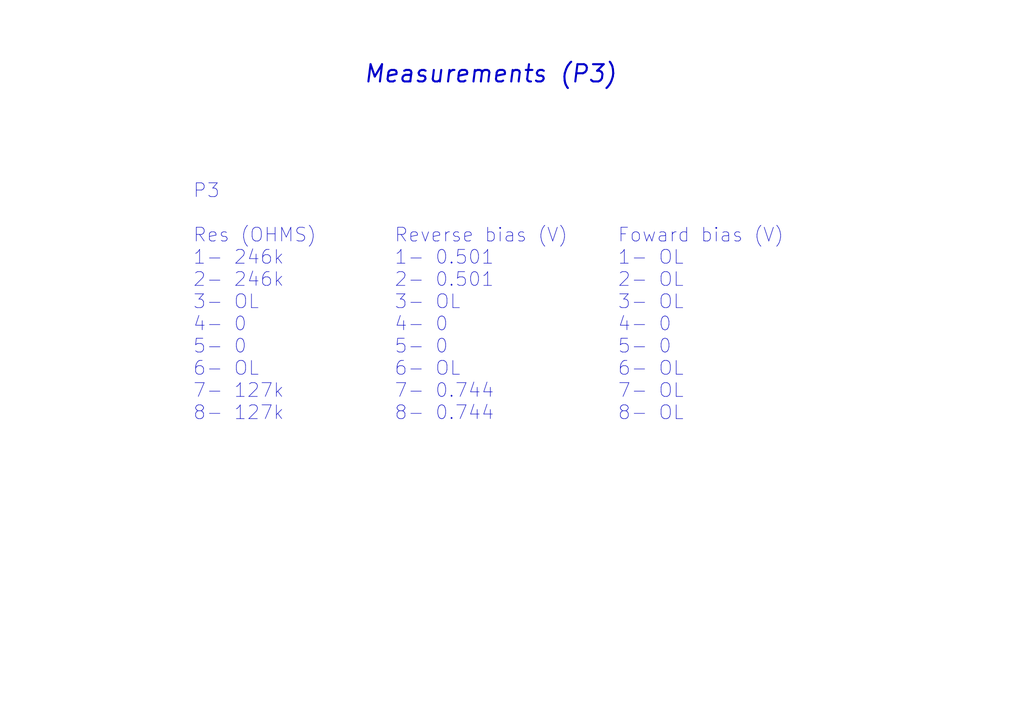
<source format=kicad_sch>
(kicad_sch
	(version 20231120)
	(generator "eeschema")
	(generator_version "8.0")
	(uuid "33b00513-478e-4895-a08b-08c61aa0ddc7")
	(paper "A4")
	(title_block
		(title "X BOARD LG PLASMA TV PANEL")
		(date "2025-04-03")
		(rev "1.0")
		(comment 1 "Author: Fábio Pereira da Silva")
		(comment 2 "Measurements (P3)")
	)
	(lib_symbols)
	(text "Measurements (P3)"
		(exclude_from_sim no)
		(at 142.24 21.59 0)
		(effects
			(font
				(size 5 5)
				(thickness 0.6)
				(bold yes)
				(italic yes)
			)
		)
		(uuid "1688616b-e76b-41c3-b5c8-d83f3c9f31ee")
	)
	(text "\n\nFoward bias (V)\n1- OL\n2- OL\n3- OL\n4- 0\n5- 0\n6- OL\n7- OL\n8- OL"
		(exclude_from_sim no)
		(at 179.07 87.63 0)
		(effects
			(font
				(size 4 4)
			)
			(justify left)
		)
		(uuid "2acd6fae-16d8-4cb3-81d7-2bc69a92a3a2")
	)
	(text "\n\nReverse bias (V)\n1- 0.501\n2- 0.501\n3- OL\n4- 0\n5- 0\n6- OL\n7- 0.744\n8- 0.744"
		(exclude_from_sim no)
		(at 114.3 87.63 0)
		(effects
			(font
				(size 4 4)
			)
			(justify left)
		)
		(uuid "53e94614-9f8e-4f36-a5cb-a61a62a472ef")
	)
	(text "P3\n\nRes (OHMS)\n1- 246k\n2- 246k\n3- OL\n4- 0\n5- 0\n6- OL\n7- 127k\n8- 127k"
		(exclude_from_sim no)
		(at 55.88 87.63 0)
		(effects
			(font
				(size 4 4)
			)
			(justify left)
		)
		(uuid "fd60a832-66ec-43c9-bf28-ba28e5caf3ba")
	)
)

</source>
